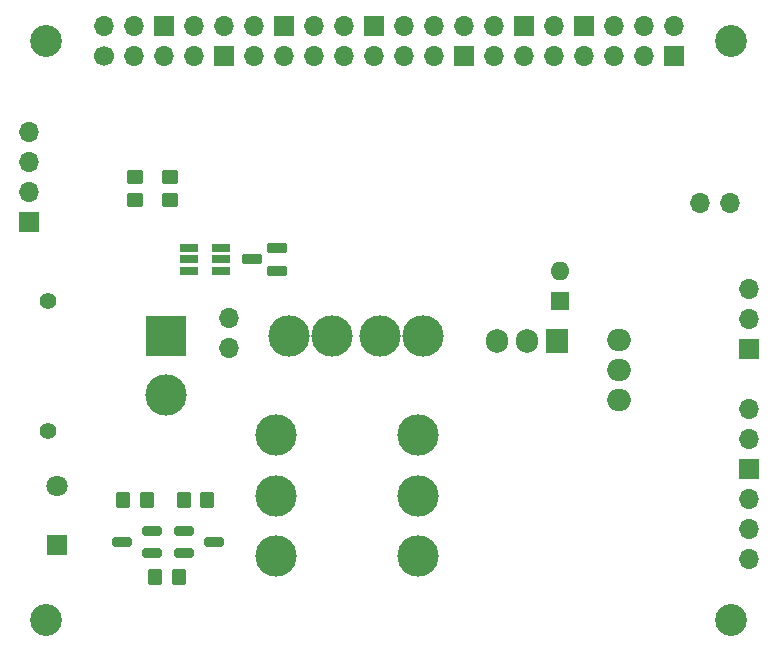
<source format=gbs>
G04 #@! TF.GenerationSoftware,KiCad,Pcbnew,(6.0.7)*
G04 #@! TF.CreationDate,2023-08-05T14:38:37+10:00*
G04 #@! TF.ProjectId,RPI,5250492e-6b69-4636-9164-5f7063625858,rev?*
G04 #@! TF.SameCoordinates,Original*
G04 #@! TF.FileFunction,Soldermask,Bot*
G04 #@! TF.FilePolarity,Negative*
%FSLAX46Y46*%
G04 Gerber Fmt 4.6, Leading zero omitted, Abs format (unit mm)*
G04 Created by KiCad (PCBNEW (6.0.7)) date 2023-08-05 14:38:37*
%MOMM*%
%LPD*%
G01*
G04 APERTURE LIST*
G04 Aperture macros list*
%AMRoundRect*
0 Rectangle with rounded corners*
0 $1 Rounding radius*
0 $2 $3 $4 $5 $6 $7 $8 $9 X,Y pos of 4 corners*
0 Add a 4 corners polygon primitive as box body*
4,1,4,$2,$3,$4,$5,$6,$7,$8,$9,$2,$3,0*
0 Add four circle primitives for the rounded corners*
1,1,$1+$1,$2,$3*
1,1,$1+$1,$4,$5*
1,1,$1+$1,$6,$7*
1,1,$1+$1,$8,$9*
0 Add four rect primitives between the rounded corners*
20,1,$1+$1,$2,$3,$4,$5,0*
20,1,$1+$1,$4,$5,$6,$7,0*
20,1,$1+$1,$6,$7,$8,$9,0*
20,1,$1+$1,$8,$9,$2,$3,0*%
G04 Aperture macros list end*
%ADD10C,2.700000*%
%ADD11C,1.400000*%
%ADD12R,3.500000X3.500000*%
%ADD13C,3.500000*%
%ADD14O,1.700000X1.700000*%
%ADD15R,1.700000X1.700000*%
%ADD16O,1.600000X1.600000*%
%ADD17R,1.600000X1.600000*%
%ADD18R,1.800000X1.800000*%
%ADD19C,1.800000*%
%ADD20R,1.905000X2.000000*%
%ADD21O,1.905000X2.000000*%
%ADD22O,2.000000X1.905000*%
%ADD23C,1.700000*%
%ADD24RoundRect,0.250000X0.450000X-0.350000X0.450000X0.350000X-0.450000X0.350000X-0.450000X-0.350000X0*%
%ADD25RoundRect,0.250000X0.350000X0.450000X-0.350000X0.450000X-0.350000X-0.450000X0.350000X-0.450000X0*%
%ADD26R,1.560000X0.650000*%
%ADD27RoundRect,0.200000X-0.612500X-0.200000X0.612500X-0.200000X0.612500X0.200000X-0.612500X0.200000X0*%
%ADD28RoundRect,0.200000X0.612500X0.200000X-0.612500X0.200000X-0.612500X-0.200000X0.612500X-0.200000X0*%
%ADD29RoundRect,0.200000X0.687500X0.200000X-0.687500X0.200000X-0.687500X-0.200000X0.687500X-0.200000X0*%
%ADD30RoundRect,0.250000X-0.350000X-0.450000X0.350000X-0.450000X0.350000X0.450000X-0.350000X0.450000X0*%
G04 APERTURE END LIST*
D10*
X161500000Y-47500000D03*
D11*
X103675000Y-69500000D03*
X103675000Y-80500000D03*
D12*
X113675000Y-72500000D03*
D13*
X113675000Y-77500000D03*
D14*
X163025000Y-78675000D03*
X163025000Y-81215000D03*
D15*
X163025000Y-83755000D03*
D14*
X163025000Y-86295000D03*
X163025000Y-88835000D03*
X163025000Y-91375000D03*
X102025000Y-55200000D03*
X102025000Y-57740000D03*
X102025000Y-60280000D03*
D15*
X102025000Y-62820000D03*
D14*
X119000000Y-71000000D03*
X119000000Y-73540000D03*
D16*
X147000000Y-67000000D03*
D17*
X147000000Y-69500000D03*
D10*
X103500000Y-96500000D03*
D14*
X163000000Y-68475000D03*
X163000000Y-71015000D03*
D15*
X163000000Y-73555000D03*
D10*
X103500000Y-47500000D03*
D13*
X123000000Y-80850000D03*
X123000000Y-86000000D03*
X123000000Y-91150000D03*
X124056016Y-72496126D03*
X127756016Y-72496126D03*
X131756016Y-72496126D03*
X135456016Y-72496126D03*
D18*
X104427533Y-90179143D03*
D19*
X104427533Y-85179143D03*
D10*
X161500000Y-96500000D03*
D13*
X135000000Y-80850000D03*
X135000000Y-86000000D03*
X135000000Y-91150000D03*
D20*
X146773390Y-72928876D03*
D21*
X144233390Y-72928876D03*
X141693390Y-72928876D03*
D14*
X158851759Y-61219568D03*
X161391759Y-61219568D03*
D22*
X152020447Y-72866553D03*
X152020447Y-75406553D03*
X152020447Y-77946553D03*
D23*
X108370000Y-48770000D03*
D14*
X108370000Y-46230000D03*
X110910000Y-48770000D03*
X110910000Y-46230000D03*
X113450000Y-48770000D03*
D15*
X113450000Y-46230000D03*
D14*
X115990000Y-48770000D03*
X115990000Y-46230000D03*
D15*
X118530000Y-48770000D03*
D14*
X118530000Y-46230000D03*
X121070000Y-48770000D03*
X121070000Y-46230000D03*
X123610000Y-48770000D03*
D15*
X123610000Y-46230000D03*
D14*
X126150000Y-48770000D03*
X126150000Y-46230000D03*
X128690000Y-48770000D03*
X128690000Y-46230000D03*
X131230000Y-48770000D03*
D15*
X131230000Y-46230000D03*
D14*
X133770000Y-48770000D03*
X133770000Y-46230000D03*
X136310000Y-48770000D03*
X136310000Y-46230000D03*
D15*
X138850000Y-48770000D03*
D14*
X138850000Y-46230000D03*
X141390000Y-48770000D03*
X141390000Y-46230000D03*
X143930000Y-48770000D03*
D15*
X143930000Y-46230000D03*
D14*
X146470000Y-48770000D03*
X146470000Y-46230000D03*
X149010000Y-48770000D03*
D15*
X149010000Y-46230000D03*
D14*
X151550000Y-48770000D03*
X151550000Y-46230000D03*
X154090000Y-48770000D03*
X154090000Y-46230000D03*
D15*
X156630000Y-48770000D03*
D14*
X156630000Y-46230000D03*
D24*
X111000000Y-61000000D03*
X111000000Y-59000000D03*
D25*
X112041734Y-86356743D03*
X110041734Y-86356743D03*
D26*
X115650000Y-66950000D03*
X115650000Y-66000000D03*
X115650000Y-65050000D03*
X118350000Y-65050000D03*
X118350000Y-66000000D03*
X118350000Y-66950000D03*
D24*
X114000000Y-61000000D03*
X114000000Y-59000000D03*
D25*
X114723581Y-92863610D03*
X112723581Y-92863610D03*
D27*
X115170044Y-90900975D03*
X115170044Y-89000975D03*
X117745044Y-89950975D03*
D28*
X112471382Y-89000289D03*
X112471382Y-90900289D03*
X109896382Y-89950289D03*
D29*
X123087500Y-65050000D03*
X123087500Y-66950000D03*
X120912500Y-66000000D03*
D30*
X115156864Y-86355022D03*
X117156864Y-86355022D03*
M02*

</source>
